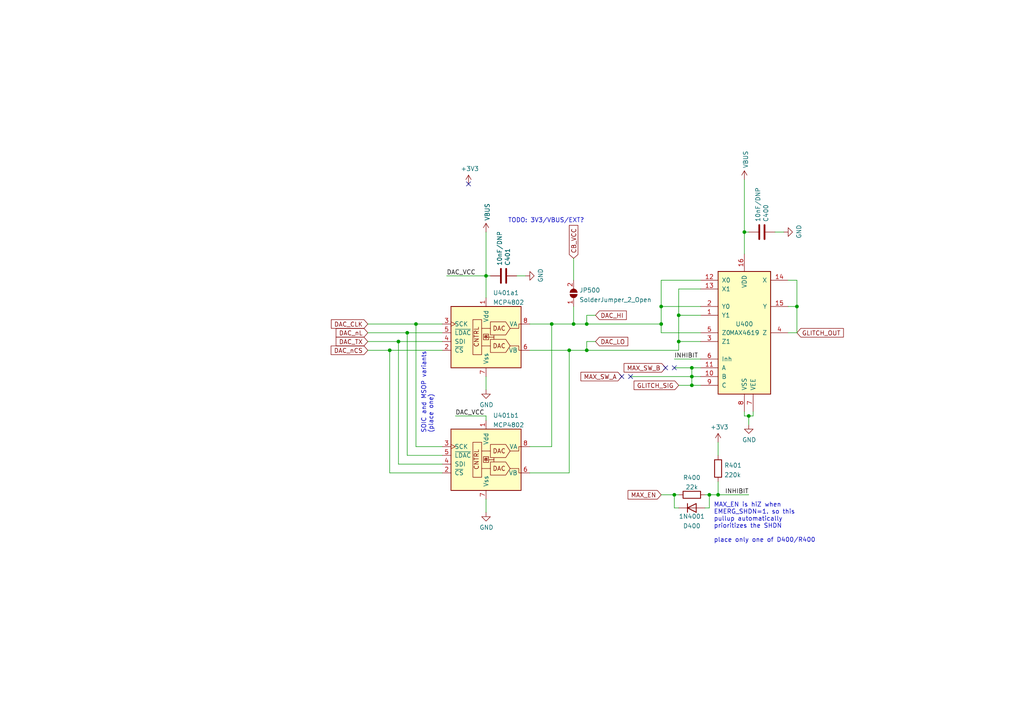
<source format=kicad_sch>
(kicad_sch (version 20211123) (generator eeschema)
  (paper "A4")
  (lib_symbols
    (symbol "4xxx:4053" (pin_names (offset 1.016))
      (property "Reference" "U" (at -7.62 19.05 0))
      (property "Value" "4053" (at -7.62 -19.05 0))
      (symbol "4053_1_0"
        (pin passive line (at -12.7 5.08 0) (length 5.08) (name "Y1") (number "1"))
        (pin input line (at -12.7 -12.7 0) (length 5.08) (name "B") (number "10"))
        (pin input line (at -12.7 -10.16 0) (length 5.08) (name "A") (number "11"))
        (pin passive line (at -12.7 15.24 0) (length 5.08) (name "X0") (number "12"))
        (pin passive line (at -12.7 12.7 0) (length 5.08) (name "X1") (number "13"))
        (pin passive line (at 12.7 15.24 180) (length 5.08) (name "X") (number "14"))
        (pin passive line (at 12.7 7.62 180) (length 5.08) (name "Y") (number "15"))
        (pin power_in line (at 0 22.86 270) (length 5.08) (name "VDD") (number "16"))
        (pin passive line (at -12.7 7.62 0) (length 5.08) (name "Y0") (number "2"))
        (pin passive line (at -12.7 -2.54 0) (length 5.08) (name "Z1") (number "3"))
        (pin passive line (at 12.7 0 180) (length 5.08) (name "Z") (number "4"))
        (pin passive line (at -12.7 0 0) (length 5.08) (name "Z0") (number "5"))
        (pin input line (at -12.7 -7.62 0) (length 5.08) (name "Inh") (number "6"))
        (pin power_in line (at 2.54 -22.86 90) (length 5.08) (name "VEE") (number "7"))
        (pin power_in line (at 0 -22.86 90) (length 5.08) (name "VSS") (number "8"))
        (pin input line (at -12.7 -15.24 0) (length 5.08) (name "C") (number "9"))
      )
      (symbol "4053_1_1"
        (rectangle (start -7.62 17.78) (end 7.62 -17.78) (stroke (width 0.254)) (fill (type background)))
      )
    )
    (symbol "Analog_DAC:MCP4802" (pin_names (offset 1.016))
      (property "Reference" "U" (at -2.54 10.795 0))
      (property "Value" "MCP4802" (at -2.54 8.89 0))
      (symbol "MCP4802_0_0"
        (polyline (pts (xy 0 -1.778) (xy 0 -0.635)))
        (polyline (pts (xy 0.381 -0.889) (xy 0.508 -0.762)))
        (polyline (pts (xy 2.286 -1.143) (xy 2.286 -1.905)))
        (polyline (pts (xy 0.381 -0.889) (xy -0.381 -0.889) (xy -0.508 -1.016)))
        (polyline (pts (xy 0.762 -1.27) (xy 2.286 -1.27) (xy 2.286 -0.762)))
        (polyline (pts (xy 0 -0.889) (xy 0.508 -1.397) (xy -0.508 -1.397) (xy 0 -0.889)))
        (polyline (pts (xy 6.985 -3.81) (xy 9.525 -3.81) (xy 9.525 -5.08) (xy 10.16 -5.08)))
        (polyline (pts (xy 6.985 1.27) (xy 9.525 1.27) (xy 9.525 2.54) (xy 10.16 2.54)))
        (rectangle (start 0.762 -0.381) (end -0.762 -2.032))
        (text "CNTRL" (at -2.032 -4.191 900) (effects (font (size 1.27 1.27)) (justify left bottom)))
        (text "DAC" (at 3.81 -3.81 0) (effects (font (size 1.27 1.27))))
        (text "DAC" (at 3.81 1.27 0) (effects (font (size 1.27 1.27))))
      )
      (symbol "MCP4802_0_1"
        (rectangle (start -10.16 7.62) (end 10.16 -10.16) (stroke (width 0.254)) (fill (type background)))
        (rectangle (start -1.27 -6.35) (end -3.81 3.81))
        (polyline (pts (xy 1.27 -3.81) (xy -1.27 -3.81)))
        (polyline (pts (xy 1.27 1.27) (xy -1.27 1.27)))
        (polyline (pts (xy 6.985 -3.81) (xy 5.715 -1.905) (xy 1.27 -1.905) (xy 1.27 -5.715) (xy 5.715 -5.715) (xy 6.985 -3.81)))
        (polyline (pts (xy 6.985 1.27) (xy 5.715 3.175) (xy 1.27 3.175) (xy 1.27 -0.635) (xy 5.715 -0.635) (xy 6.985 1.27)))
      )
      (symbol "MCP4802_1_1"
        (pin power_in line (at 0 10.16 270) (length 2.54) (name "Vdd") (number "1"))
        (pin input line (at -12.7 -5.08 0) (length 2.54) (name "~{CS}") (number "2"))
        (pin input clock (at -12.7 2.54 0) (length 2.54) (name "SCK") (number "3"))
        (pin input line (at -12.7 -2.54 0) (length 2.54) (name "SDI") (number "4"))
        (pin input line (at -12.7 0 0) (length 2.54) (name "~{LDAC}") (number "5"))
        (pin output line (at 12.7 -5.08 180) (length 2.54) (name "VB") (number "6"))
        (pin power_in line (at 0 -12.7 90) (length 2.54) (name "Vss") (number "7"))
        (pin output line (at 12.7 2.54 180) (length 2.54) (name "VA") (number "8"))
      )
    )
    (symbol "Device:C" (pin_numbers hide) (pin_names (offset 0.254))
      (property "Reference" "C" (at 0.635 2.54 0))
      (property "Value" "C" (at 0.635 -2.54 0))
      (symbol "C_0_1"
        (polyline (pts (xy -2.032 -0.762) (xy 2.032 -0.762)) (stroke (width 0.508)))
        (polyline (pts (xy -2.032 0.762) (xy 2.032 0.762)) (stroke (width 0.508)))
      )
      (symbol "C_1_1"
        (pin passive line (at 0 3.81 270) (length 2.794) (name "~") (number "1"))
        (pin passive line (at 0 -3.81 90) (length 2.794) (name "~") (number "2"))
      )
    )
    (symbol "Device:R" (pin_numbers hide) (pin_names (offset 0))
      (property "Reference" "R" (at 2.032 0 90))
      (property "Value" "R" (at 0 0 90))
      (symbol "R_0_1"
        (rectangle (start -1.016 -2.54) (end 1.016 2.54) (stroke (width 0.254)))
      )
      (symbol "R_1_1"
        (pin passive line (at 0 3.81 270) (length 1.27) (name "~") (number "1"))
        (pin passive line (at 0 -3.81 90) (length 1.27) (name "~") (number "2"))
      )
    )
    (symbol "Diode:1N4001" (pin_numbers hide) (pin_names (offset 1.016) hide)
      (property "Reference" "D" (at 0 2.54 0))
      (property "Value" "1N4001" (at 0 -2.54 0))
      (symbol "1N4001_0_1"
        (polyline (pts (xy -1.27 1.27) (xy -1.27 -1.27)) (stroke (width 0.254)))
        (polyline (pts (xy 1.27 0) (xy -1.27 0)))
        (polyline (pts (xy 1.27 1.27) (xy 1.27 -1.27) (xy -1.27 0) (xy 1.27 1.27)) (stroke (width 0.254)))
      )
      (symbol "1N4001_1_1"
        (pin passive line (at -3.81 0 0) (length 2.54) (name "K") (number "1"))
        (pin passive line (at 3.81 0 180) (length 2.54) (name "A") (number "2"))
      )
    )
    (symbol "Jumper:SolderJumper_2_Open" (pin_names (offset 0) hide)
      (property "Reference" "JP" (at 0 2.032 0))
      (property "Value" "SolderJumper_2_Open" (at 0 -2.54 0))
      (symbol "SolderJumper_2_Open_0_1"
        (arc (start -0.254 1.016) (mid -1.27 0) (end -0.254 -1.016))
        (arc (start -0.254 1.016) (mid -1.27 0) (end -0.254 -1.016) (fill (type outline)))
        (polyline (pts (xy -0.254 1.016) (xy -0.254 -1.016)))
        (polyline (pts (xy 0.254 1.016) (xy 0.254 -1.016)))
        (arc (start 0.254 -1.016) (mid 1.27 0) (end 0.254 1.016))
        (arc (start 0.254 -1.016) (mid 1.27 0) (end 0.254 1.016) (fill (type outline)))
      )
      (symbol "SolderJumper_2_Open_1_1"
        (pin passive line (at -3.81 0 0) (length 2.54) (name "A") (number "1"))
        (pin passive line (at 3.81 0 180) (length 2.54) (name "B") (number "2"))
      )
    )
    (symbol "power:+3V3" (power) (pin_names (offset 0))
      (property "Value" "+3V3" (at 0 3.556 0))
      (symbol "+3V3_0_1"
        (polyline (pts (xy -0.762 1.27) (xy 0 2.54)))
        (polyline (pts (xy 0 0) (xy 0 2.54)))
        (polyline (pts (xy 0 2.54) (xy 0.762 1.27)))
      )
      (symbol "+3V3_1_1"
        (pin power_in line (at 0 0 90) (length 0) hide (name "+3V3") (number "1"))
      )
    )
    (symbol "power:GND" (power) (pin_names (offset 0))
      (property "Value" "GND" (at 0 -3.81 0))
      (symbol "GND_0_1"
        (polyline (pts (xy 0 0) (xy 0 -1.27) (xy 1.27 -1.27) (xy 0 -2.54) (xy -1.27 -1.27) (xy 0 -1.27)))
      )
      (symbol "GND_1_1"
        (pin power_in line (at 0 0 270) (length 0) hide (name "GND") (number "1"))
      )
    )
    (symbol "power:VBUS" (power) (pin_names (offset 0))
      (property "Value" "VBUS" (at 0 3.81 0))
      (symbol "VBUS_0_1"
        (polyline (pts (xy -0.762 1.27) (xy 0 2.54)))
        (polyline (pts (xy 0 0) (xy 0 2.54)))
        (polyline (pts (xy 0 2.54) (xy 0.762 1.27)))
      )
      (symbol "VBUS_1_1"
        (pin power_in line (at 0 0 90) (length 0) hide (name "VBUS") (number "1"))
      )
    )
  )
  (junction (at 205.74 143.51))
  (junction (at 215.9 67.31))
  (junction (at 166.37 93.98))
  (junction (at 200.66 111.76))
  (junction (at 231.14 88.9))
  (junction (at 208.28 143.51))
  (junction (at 170.18 101.6))
  (junction (at 200.66 106.68))
  (junction (at 120.65 93.98))
  (junction (at 170.18 93.98))
  (junction (at 113.03 101.6))
  (junction (at 217.17 120.65))
  (junction (at 115.57 99.06))
  (junction (at 196.85 91.44))
  (junction (at 191.77 93.98))
  (junction (at 165.1 101.6))
  (junction (at 195.58 143.51))
  (junction (at 118.11 96.52))
  (junction (at 191.77 88.9))
  (junction (at 140.97 80.01))
  (junction (at 160.02 93.98))
  (junction (at 196.85 99.06))
  (junction (at 200.66 109.22))
  (no_connect (at 180.34 109.22))
  (no_connect (at 182.88 109.22))
  (no_connect (at 193.04 106.68))
  (no_connect (at 195.58 106.68))
  (no_connect (at 135.89 53.34))
  (wire (pts (xy 191.77 93.98) (xy 191.77 88.9)))
  (wire (pts (xy 120.65 93.98) (xy 128.27 93.98)))
  (wire (pts (xy 170.18 91.44) (xy 172.72 91.44)))
  (wire (pts (xy 160.02 93.98) (xy 160.02 129.54)))
  (wire (pts (xy 106.68 99.06) (xy 115.57 99.06)))
  (wire (pts (xy 195.58 147.32) (xy 195.58 143.51)))
  (wire (pts (xy 128.27 134.62) (xy 115.57 134.62)))
  (wire (pts (xy 195.58 143.51) (xy 196.85 143.51)))
  (wire (pts (xy 218.44 120.65) (xy 218.44 119.38)))
  (wire (pts (xy 200.66 106.68) (xy 200.66 109.22)))
  (wire (pts (xy 204.47 147.32) (xy 205.74 147.32)))
  (wire (pts (xy 153.67 101.6) (xy 165.1 101.6)))
  (wire (pts (xy 170.18 91.44) (xy 170.18 93.98)))
  (wire (pts (xy 140.97 109.22) (xy 140.97 113.03)))
  (wire (pts (xy 196.85 99.06) (xy 203.2 99.06)))
  (wire (pts (xy 166.37 88.9) (xy 166.37 93.98)))
  (wire (pts (xy 115.57 99.06) (xy 115.57 134.62)))
  (wire (pts (xy 200.66 109.22) (xy 200.66 111.76)))
  (wire (pts (xy 231.14 81.28) (xy 228.6 81.28)))
  (wire (pts (xy 172.72 99.06) (xy 170.18 99.06)))
  (wire (pts (xy 200.66 111.76) (xy 203.2 111.76)))
  (wire (pts (xy 204.47 143.51) (xy 205.74 143.51)))
  (wire (pts (xy 191.77 93.98) (xy 191.77 96.52)))
  (wire (pts (xy 217.17 120.65) (xy 218.44 120.65)))
  (wire (pts (xy 215.9 67.31) (xy 217.17 67.31)))
  (wire (pts (xy 160.02 93.98) (xy 166.37 93.98)))
  (wire (pts (xy 195.58 104.14) (xy 203.2 104.14)))
  (wire (pts (xy 191.77 96.52) (xy 203.2 96.52)))
  (wire (pts (xy 165.1 101.6) (xy 165.1 137.16)))
  (wire (pts (xy 196.85 91.44) (xy 196.85 83.82)))
  (wire (pts (xy 224.79 67.31) (xy 227.33 67.31)))
  (wire (pts (xy 113.03 137.16) (xy 128.27 137.16)))
  (wire (pts (xy 182.88 109.22) (xy 200.66 109.22)))
  (wire (pts (xy 191.77 143.51) (xy 195.58 143.51)))
  (wire (pts (xy 149.86 80.01) (xy 152.4 80.01)))
  (wire (pts (xy 153.67 137.16) (xy 165.1 137.16)))
  (wire (pts (xy 196.85 99.06) (xy 196.85 91.44)))
  (wire (pts (xy 132.08 120.65) (xy 140.97 120.65)))
  (wire (pts (xy 128.27 101.6) (xy 113.03 101.6)))
  (wire (pts (xy 196.85 147.32) (xy 195.58 147.32)))
  (wire (pts (xy 106.68 93.98) (xy 120.65 93.98)))
  (wire (pts (xy 215.9 120.65) (xy 217.17 120.65)))
  (wire (pts (xy 113.03 101.6) (xy 113.03 137.16)))
  (wire (pts (xy 140.97 120.65) (xy 140.97 121.92)))
  (wire (pts (xy 191.77 81.28) (xy 203.2 81.28)))
  (wire (pts (xy 196.85 91.44) (xy 203.2 91.44)))
  (wire (pts (xy 200.66 109.22) (xy 203.2 109.22)))
  (wire (pts (xy 170.18 101.6) (xy 196.85 101.6)))
  (wire (pts (xy 128.27 129.54) (xy 120.65 129.54)))
  (wire (pts (xy 170.18 93.98) (xy 191.77 93.98)))
  (wire (pts (xy 118.11 96.52) (xy 118.11 132.08)))
  (wire (pts (xy 215.9 120.65) (xy 215.9 119.38)))
  (wire (pts (xy 215.9 67.31) (xy 215.9 52.07)))
  (wire (pts (xy 153.67 93.98) (xy 160.02 93.98)))
  (wire (pts (xy 191.77 88.9) (xy 203.2 88.9)))
  (wire (pts (xy 195.58 106.68) (xy 200.66 106.68)))
  (wire (pts (xy 118.11 96.52) (xy 128.27 96.52)))
  (wire (pts (xy 205.74 143.51) (xy 208.28 143.51)))
  (wire (pts (xy 196.85 101.6) (xy 196.85 99.06)))
  (wire (pts (xy 153.67 129.54) (xy 160.02 129.54)))
  (wire (pts (xy 140.97 144.78) (xy 140.97 148.59)))
  (wire (pts (xy 113.03 101.6) (xy 106.68 101.6)))
  (wire (pts (xy 191.77 88.9) (xy 191.77 81.28)))
  (wire (pts (xy 208.28 143.51) (xy 217.17 143.51)))
  (wire (pts (xy 231.14 96.52) (xy 228.6 96.52)))
  (wire (pts (xy 165.1 101.6) (xy 170.18 101.6)))
  (wire (pts (xy 196.85 111.76) (xy 200.66 111.76)))
  (wire (pts (xy 205.74 147.32) (xy 205.74 143.51)))
  (wire (pts (xy 208.28 128.27) (xy 208.28 132.08)))
  (wire (pts (xy 129.54 80.01) (xy 140.97 80.01)))
  (wire (pts (xy 200.66 106.68) (xy 203.2 106.68)))
  (wire (pts (xy 217.17 120.65) (xy 217.17 123.19)))
  (wire (pts (xy 140.97 80.01) (xy 140.97 67.31)))
  (wire (pts (xy 231.14 88.9) (xy 231.14 81.28)))
  (wire (pts (xy 231.14 88.9) (xy 228.6 88.9)))
  (wire (pts (xy 140.97 80.01) (xy 142.24 80.01)))
  (wire (pts (xy 106.68 96.52) (xy 118.11 96.52)))
  (wire (pts (xy 140.97 80.01) (xy 140.97 86.36)))
  (wire (pts (xy 128.27 132.08) (xy 118.11 132.08)))
  (wire (pts (xy 166.37 74.93) (xy 166.37 81.28)))
  (wire (pts (xy 231.14 96.52) (xy 231.14 88.9)))
  (wire (pts (xy 166.37 93.98) (xy 170.18 93.98)))
  (wire (pts (xy 215.9 67.31) (xy 215.9 73.66)))
  (wire (pts (xy 208.28 139.7) (xy 208.28 143.51)))
  (wire (pts (xy 120.65 93.98) (xy 120.65 129.54)))
  (wire (pts (xy 115.57 99.06) (xy 128.27 99.06)))
  (wire (pts (xy 170.18 99.06) (xy 170.18 101.6)))
  (wire (pts (xy 196.85 83.82) (xy 203.2 83.82)))
  (text "MAX_EN is hiZ when\nEMERG_SHDN=1. so this\npullup automatically\nprioritizes the SHDN\n\nplace only one of D400/R400" (at 207.01 157.48 0) (effects (font (size 1.27 1.27)) (justify left bottom)))
  (text "TODO: 3V3/VBUS/EXT?" (at 147.32 64.77 0) (effects (font (size 1.27 1.27)) (justify left bottom)))
  (text "SOIC and MSOP variants\n(place one)" (at 125.73 125.73 90) (effects (font (size 1.27 1.27)) (justify left bottom)))
  (label "INHIBIT" (at 195.58 104.14 0))
  (label "DAC_VCC" (at 132.08 120.65 0))
  (label "DAC_VCC" (at 129.54 80.01 0))
  (label "INHIBIT" (at 217.17 143.51 180))
  (global_label "DAC_nL" (shape input) (at 106.68 96.52 180) (property "Intersheet References" "${INTERSHEET_REFS}" (effects hide)))
  (global_label "DAC_HI" (shape input) (at 172.72 91.44 0) (property "Intersheet References" "${INTERSHEET_REFS}" (effects hide)))
  (global_label "MAX_EN" (shape input) (at 191.77 143.51 180) (property "Intersheet References" "${INTERSHEET_REFS}" (effects hide)))
  (global_label "MAX_SW_B" (shape input) (at 193.04 106.68 180) (property "Intersheet References" "${INTERSHEET_REFS}" (effects hide)))
  (global_label "DAC_LO" (shape input) (at 172.72 99.06 0) (property "Intersheet References" "${INTERSHEET_REFS}" (effects hide)))
  (global_label "GLITCH_SIG" (shape input) (at 196.85 111.76 180) (property "Intersheet References" "${INTERSHEET_REFS}" (effects hide)))
  (global_label "GLITCH_OUT" (shape input) (at 231.14 96.52 0) (property "Intersheet References" "${INTERSHEET_REFS}" (effects hide)))
  (global_label "DAC_CLK" (shape input) (at 106.68 93.98 180) (property "Intersheet References" "${INTERSHEET_REFS}" (effects hide)))
  (global_label "DAC_TX" (shape input) (at 106.68 99.06 180) (property "Intersheet References" "${INTERSHEET_REFS}" (effects hide)))
  (global_label "DAC_nCS" (shape input) (at 106.68 101.6 180) (property "Intersheet References" "${INTERSHEET_REFS}" (effects hide)))
  (global_label "CB_VCC" (shape input) (at 166.37 74.93 90) (property "Intersheet References" "${INTERSHEET_REFS}" (effects hide)))
  (global_label "MAX_SW_A" (shape input) (at 180.34 109.22 180) (property "Intersheet References" "${INTERSHEET_REFS}" (effects hide)))
  (symbol (lib_id "power:VBUS") (at 215.9 52.07 0) (unit 1)
    (property "Reference" "#PWR0156" (effects hide))
    (property "Value" "VBUS" (at 216.281 48.8188 90) (effects (justify left)))
  )
  (symbol (lib_id "4xxx:4053") (at 215.9 96.52 0) (unit 1)
    (property "Reference" "U400" (at 215.9 93.98 0))
    (property "Value" "MAX4619" (at 215.9 96.52 0))
    (property "Footprint" "Package_SO:SO-16_3.9x9.9mm_P1.27mm" (effects hide))
    (property "Datasheet" "http://www.intersil.com/content/dam/Intersil/documents/cd40/cd4051bms-52bms-53bms.pdf" (effects hide))
  )
  (symbol (lib_id "power:GND") (at 217.17 123.19 0) (unit 1)
    (property "Reference" "#PWR0149" (effects hide))
    (property "Value" "GND" (at 217.297 127.5842 0))
  )
  (symbol (lib_id "Device:C") (at 146.05 80.01 270) (mirror x) (unit 1)
    (property "Reference" "C401" (at 147.2184 77.089 0) (effects (justify left)))
    (property "Value" "10nF/DNP" (at 144.907 77.089 0) (effects (justify left)))
    (property "Footprint" "Capacitor_SMD:C_0805_2012Metric_Pad1.18x1.45mm_HandSolder" (effects hide))
  )
  (symbol (lib_id "power:GND") (at 140.97 113.03 0) (unit 1)
    (property "Reference" "#PWR0146" (effects hide))
    (property "Value" "GND" (at 141.097 117.4242 0))
  )
  (symbol (lib_id "Device:C") (at 220.98 67.31 270) (mirror x) (unit 1)
    (property "Reference" "C400" (at 222.1484 64.389 0) (effects (justify left)))
    (property "Value" "10nF/DNP" (at 219.837 64.389 0) (effects (justify left)))
    (property "Footprint" "Capacitor_SMD:C_0805_2012Metric_Pad1.18x1.45mm_HandSolder" (effects hide))
  )
  (symbol (lib_id "power:+3V3") (at 135.89 53.34 0) (unit 1)
    (property "Reference" "#PWR0144" (effects hide))
    (property "Value" "+3V3" (at 136.271 48.9458 0))
  )
  (symbol (lib_id "power:GND") (at 152.4 80.01 90) (unit 1)
    (property "Reference" "#PWR0145" (effects hide))
    (property "Value" "GND" (at 156.7942 79.883 0))
  )
  (symbol (lib_id "Diode:1N4001") (at 200.66 147.32 0) (mirror x) (unit 1)
    (property "Reference" "D400" (at 200.66 152.5565 0))
    (property "Value" "1N4001" (at 200.66 149.7814 0))
    (property "Footprint" "Diode_SMD:D_SOD-123" (effects hide))
    (property "Datasheet" "http://www.vishay.com/docs/88503/1n4001.pdf" (effects hide))
  )
  (symbol (lib_id "power:GND") (at 140.97 148.59 0) (unit 1)
    (property "Reference" "#PWR0147" (effects hide))
    (property "Value" "GND" (at 141.097 152.9842 0))
  )
  (symbol (lib_id "Analog_DAC:MCP4802") (at 140.97 96.52 0) (unit 1)
    (property "Reference" "U401a1" (at 142.9894 84.9335 0) (effects (justify left)))
    (property "Value" "MCP4802" (at 142.9894 87.7086 0) (effects (justify left)))
    (property "Footprint" "Package_SO:SOIC-8_3.9x4.9mm_P1.27mm" (effects hide))
    (property "Datasheet" "http://ww1.microchip.com/downloads/en/DeviceDoc/20002249B.pdf" (effects hide))
  )
  (symbol (lib_id "Device:R") (at 200.66 143.51 90) (unit 1)
    (property "Reference" "R400" (at 200.66 138.5275 90))
    (property "Value" "22k" (at 200.66 141.3026 90))
    (property "Footprint" "Resistor_SMD:R_0805_2012Metric_Pad1.20x1.40mm_HandSolder" (effects hide))
  )
  (symbol (lib_id "Analog_DAC:MCP4802") (at 140.97 132.08 0) (unit 1) (in_bom no)
    (property "Reference" "U401b1" (at 142.9894 120.4935 0) (effects (justify left)))
    (property "Value" "MCP4802" (at 142.9894 123.2686 0) (effects (justify left)))
    (property "Footprint" "Package_SO:MSOP-8_3x3mm_P0.65mm" (effects hide))
    (property "Datasheet" "http://ww1.microchip.com/downloads/en/DeviceDoc/20002249B.pdf" (effects hide))
  )
  (symbol (lib_id "power:+3V3") (at 208.28 128.27 0) (unit 1)
    (property "Reference" "#PWR0161" (effects hide))
    (property "Value" "+3V3" (at 208.661 123.8758 0))
  )
  (symbol (lib_id "Device:R") (at 208.28 135.89 180) (unit 1)
    (property "Reference" "R401" (at 210.058 134.9815 0) (effects (justify right)))
    (property "Value" "220k" (at 210.058 137.7566 0) (effects (justify right)))
    (property "Footprint" "Resistor_SMD:R_0805_2012Metric_Pad1.20x1.40mm_HandSolder" (effects hide))
  )
  (symbol (lib_id "Jumper:SolderJumper_2_Open") (at 166.37 85.09 90) (unit 1)
    (property "Reference" "JP500" (at 168.021 84.1815 90) (effects (justify right)))
    (property "Value" "SolderJumper_2_Open" (at 168.021 86.9566 90) (effects (justify right)))
    (property "Footprint" "Jumper:SolderJumper-2_P1.3mm_Open_RoundedPad1.0x1.5mm" (effects hide))
  )
  (symbol (lib_id "power:VBUS") (at 140.97 67.31 0) (unit 1)
    (property "Reference" "#PWR0158" (effects hide))
    (property "Value" "VBUS" (at 141.351 64.0588 90) (effects (justify left)))
  )
  (symbol (lib_id "power:GND") (at 227.33 67.31 90) (unit 1)
    (property "Reference" "#PWR0160" (effects hide))
    (property "Value" "GND" (at 231.7242 67.183 0))
  )
)
</source>
